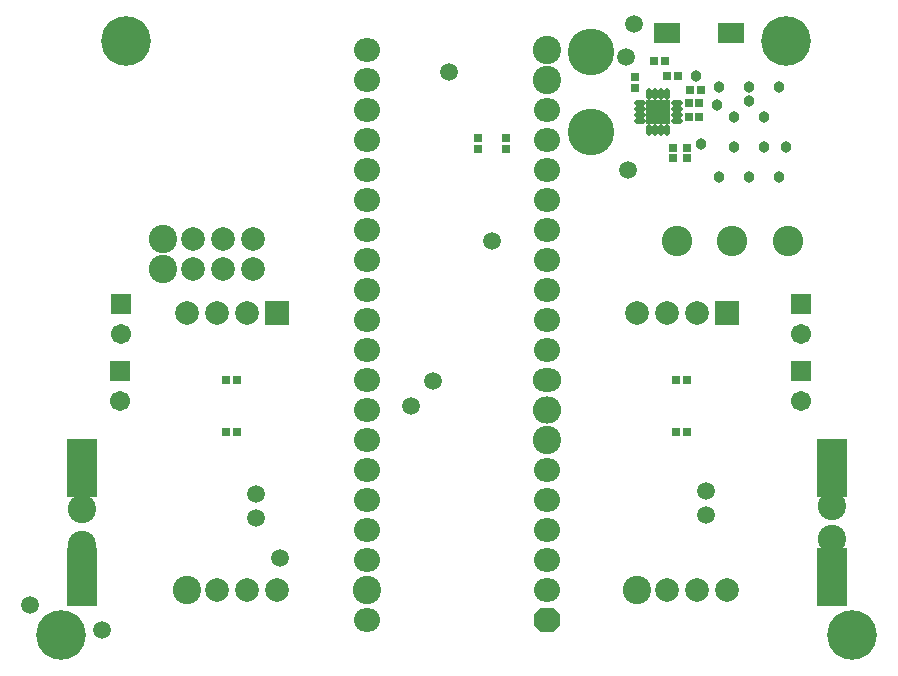
<source format=gts>
G04*
G04 #@! TF.GenerationSoftware,Altium Limited,Altium NEXUS,1.1.9 (86)*
G04*
G04 Layer_Color=8388736*
%FSLAX24Y24*%
%MOIN*%
G70*
G01*
G75*
%ADD20R,0.0257X0.0297*%
%ADD21R,0.0297X0.0257*%
G04:AMPARAMS|DCode=22|XSize=82.8mil|YSize=82.8mil|CornerRadius=0mil|HoleSize=0mil|Usage=FLASHONLY|Rotation=90.000|XOffset=0mil|YOffset=0mil|HoleType=Round|Shape=RoundedRectangle|*
%AMROUNDEDRECTD22*
21,1,0.0828,0.0828,0,0,90.0*
21,1,0.0828,0.0828,0,0,90.0*
1,1,0.0000,0.0414,0.0414*
1,1,0.0000,0.0414,-0.0414*
1,1,0.0000,-0.0414,-0.0414*
1,1,0.0000,-0.0414,0.0414*
%
%ADD22ROUNDEDRECTD22*%
%ADD23O,0.0178X0.0395*%
%ADD24O,0.0395X0.0178*%
%ADD25R,0.0867X0.0710*%
%ADD26R,0.0986X0.1930*%
%ADD27R,0.0671X0.0671*%
%ADD28C,0.0671*%
%ADD29C,0.1556*%
%ADD30C,0.1013*%
%ADD31C,0.0380*%
%ADD32C,0.0946*%
%ADD33C,0.0789*%
%ADD34R,0.0789X0.0789*%
%ADD35O,0.0867X0.0789*%
%ADD36O,0.0946X0.0789*%
%ADD37O,0.0946X0.0907*%
G04:AMPARAMS|DCode=38|XSize=86.7mil|YSize=78.9mil|CornerRadius=0mil|HoleSize=0mil|Usage=FLASHONLY|Rotation=180.000|XOffset=0mil|YOffset=0mil|HoleType=Round|Shape=Octagon|*
%AMOCTAGOND38*
4,1,8,-0.0434,0.0197,-0.0434,-0.0197,-0.0237,-0.0394,0.0237,-0.0394,0.0434,-0.0197,0.0434,0.0197,0.0237,0.0394,-0.0237,0.0394,-0.0434,0.0197,0.0*
%
%ADD38OCTAGOND38*%

%ADD39C,0.1655*%
%ADD40C,0.0592*%
D20*
X-7677Y8504D02*
D03*
X-7323D02*
D03*
X7677D02*
D03*
X7323D02*
D03*
X7677Y6772D02*
D03*
X7323D02*
D03*
X-7677D02*
D03*
X-7323D02*
D03*
X8130Y18169D02*
D03*
X7776D02*
D03*
X6934Y19134D02*
D03*
X6580D02*
D03*
X7012Y18642D02*
D03*
X7367D02*
D03*
X7736Y17726D02*
D03*
X8091D02*
D03*
X8091Y17283D02*
D03*
X7736D02*
D03*
D21*
X7677Y16240D02*
D03*
Y15886D02*
D03*
X709Y16565D02*
D03*
Y16211D02*
D03*
X1644Y16565D02*
D03*
Y16211D02*
D03*
X5949Y18238D02*
D03*
Y18593D02*
D03*
X7205Y15886D02*
D03*
Y16240D02*
D03*
D22*
X6722Y17431D02*
D03*
D23*
X6427Y18041D02*
D03*
X6624D02*
D03*
X6821D02*
D03*
X7018D02*
D03*
Y16821D02*
D03*
X6821D02*
D03*
X6624D02*
D03*
X6427D02*
D03*
D24*
X7333Y17726D02*
D03*
Y17530D02*
D03*
Y17333D02*
D03*
Y17136D02*
D03*
X6112D02*
D03*
Y17333D02*
D03*
Y17530D02*
D03*
Y17726D02*
D03*
D25*
X7018Y20079D02*
D03*
X9144D02*
D03*
D26*
X12500Y5581D02*
D03*
Y1919D02*
D03*
X-12500Y5581D02*
D03*
Y1919D02*
D03*
D27*
X-11191Y11051D02*
D03*
X-11211Y8817D02*
D03*
X11467D02*
D03*
X11467Y11051D02*
D03*
D28*
X-11191Y10051D02*
D03*
X-11211Y7817D02*
D03*
X11467D02*
D03*
X11467Y10051D02*
D03*
D29*
X4469Y19449D02*
D03*
Y16782D02*
D03*
D30*
X7333Y13150D02*
D03*
X9183D02*
D03*
X11033D02*
D03*
D31*
X9732Y18280D02*
D03*
X10232Y17280D02*
D03*
X10732Y18280D02*
D03*
X9232Y17280D02*
D03*
X8732Y18280D02*
D03*
X10732Y15280D02*
D03*
X10232Y16280D02*
D03*
X8732Y15280D02*
D03*
X9232Y16280D02*
D03*
X9732Y15280D02*
D03*
X8159Y16378D02*
D03*
X9732Y17795D02*
D03*
X10984Y16270D02*
D03*
X8691Y17659D02*
D03*
X7982Y18620D02*
D03*
D32*
X-9800Y12200D02*
D03*
Y13200D02*
D03*
X-9000Y1500D02*
D03*
X6000D02*
D03*
X-3000D02*
D03*
X3000Y6500D02*
D03*
Y19500D02*
D03*
Y18500D02*
D03*
X-12500Y3000D02*
D03*
Y4200D02*
D03*
X12500Y4300D02*
D03*
Y3200D02*
D03*
D33*
X-8800Y12200D02*
D03*
Y13200D02*
D03*
X-7800Y12200D02*
D03*
Y13200D02*
D03*
X-6800Y12200D02*
D03*
Y13200D02*
D03*
X-6000Y1500D02*
D03*
X-7000D02*
D03*
X-8000D02*
D03*
X-9000Y10750D02*
D03*
X-8000D02*
D03*
X-7000D02*
D03*
X9000Y1500D02*
D03*
X8000D02*
D03*
X7000D02*
D03*
X6000Y10750D02*
D03*
X7000D02*
D03*
X8000D02*
D03*
D34*
X-6000D02*
D03*
X9000D02*
D03*
D35*
X-3000Y19500D02*
D03*
Y17500D02*
D03*
Y16500D02*
D03*
Y15500D02*
D03*
Y14500D02*
D03*
Y12500D02*
D03*
Y10500D02*
D03*
Y8500D02*
D03*
Y6500D02*
D03*
Y4500D02*
D03*
Y2500D02*
D03*
Y5500D02*
D03*
Y3500D02*
D03*
Y500D02*
D03*
Y7500D02*
D03*
Y9500D02*
D03*
Y11500D02*
D03*
Y13500D02*
D03*
Y18500D02*
D03*
X3000Y1500D02*
D03*
Y10500D02*
D03*
Y12500D02*
D03*
Y16500D02*
D03*
Y14500D02*
D03*
Y17500D02*
D03*
Y15500D02*
D03*
Y13500D02*
D03*
Y11500D02*
D03*
Y9500D02*
D03*
Y5500D02*
D03*
Y4500D02*
D03*
Y3500D02*
D03*
Y2500D02*
D03*
D36*
Y8500D02*
D03*
D37*
Y7500D02*
D03*
D38*
Y500D02*
D03*
D39*
X10971Y19790D02*
D03*
X13181Y0D02*
D03*
X-13179D02*
D03*
X-11014Y19790D02*
D03*
D40*
X-270Y18760D02*
D03*
X5914Y20354D02*
D03*
X-778Y8455D02*
D03*
X-1516Y7638D02*
D03*
X1181Y13150D02*
D03*
X5630Y19252D02*
D03*
X5719Y15502D02*
D03*
X-11811Y177D02*
D03*
X-5876Y2579D02*
D03*
X-14213Y1004D02*
D03*
X-6700Y3900D02*
D03*
Y4700D02*
D03*
X8300Y4000D02*
D03*
Y4800D02*
D03*
M02*

</source>
